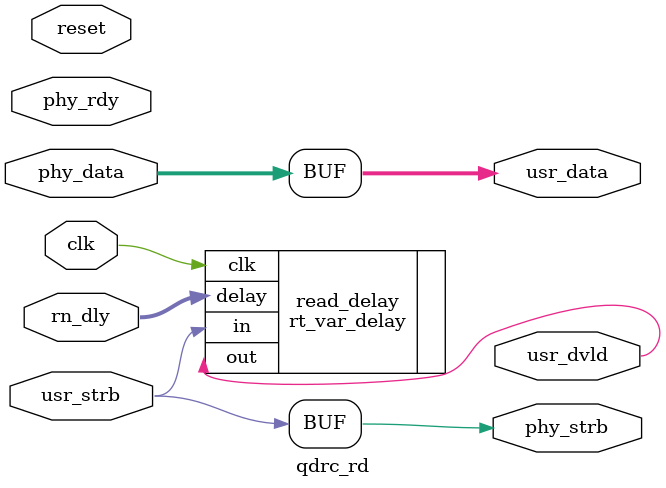
<source format=v>
module qdrc_rd(
    clk,
    reset,
    phy_rdy,
    rn_dly,

    usr_strb,
    usr_data,
    usr_dvld,
    phy_strb,
    phy_data
  );
  parameter DATA_WIDTH = 36;
  parameter ADDR_WIDTH = 21;

  input  clk, reset, phy_rdy;

  input  [4:0]rn_dly;
  input  usr_strb;
  output [2*DATA_WIDTH - 1:0] usr_data;
  output usr_dvld;

  output phy_strb;
  input  [2*DATA_WIDTH - 1:0] phy_data;

  reg strb_ignore;

  always @(posedge clk) begin
    if (reset) begin
      strb_ignore <= 1'b0;
    end else begin
      if (strb_ignore) begin
        strb_ignore <= 1'b0;
      end else if (usr_strb) begin
        strb_ignore <= 1'b1;
      end
    end
  end

  assign phy_strb = usr_strb;
  assign usr_data = phy_data;

  rt_var_delay read_delay (
     .clk   (clk),
     .delay (rn_dly),
     .in    (phy_strb),
     .out   (usr_dvld)
  );
  
  localparam READ_LATENCY = 9;
  /* This is the default latency which includes:
   * 1 cycle due to sync interface
   * 1 cycle to ease timing on outputs
   * 1 for output buffers
   * 2 cycles for chip response
   * 1 cycle for input buffer
   * 1 cycle for half offset correction
   * 1 cycle for full word offset correction
   * and 1 unaccounted for
   *
   */
/*
  reg [READ_LATENCY - 1:0] usr_strb_shift_reg;
  assign usr_dvld = usr_strb_shift_reg[READ_LATENCY - 1];

  always @(posedge clk) begin
    if (reset) begin
      usr_strb_shift_reg <= 5'b0;
    end else begin
      usr_strb_shift_reg <= {usr_strb_shift_reg[READ_LATENCY - 2:0], phy_strb};
    end
  end
*/
endmodule

</source>
